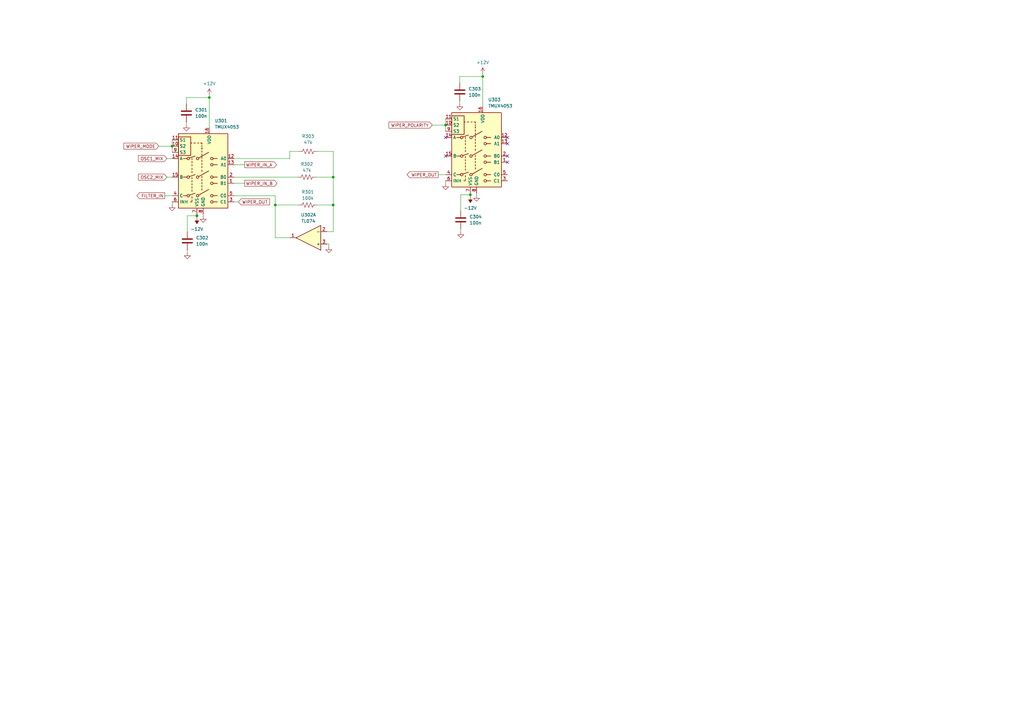
<source format=kicad_sch>
(kicad_sch (version 20230121) (generator eeschema)
  (paper "A3")
  (lib_symbols
    (symbol "Amplifier_Operational:TL074" (pin_names (offset 0.127))
      (property "Reference" "U" (at 0 5.08 0))
      (property "Value" "TL074" (at 0 -5.08 0))
      (symbol "TL074_1_1"
        (polyline (pts (xy -5.08 5.08) (xy 5.08 0) (xy -5.08 -5.08) (xy -5.08 5.08)) (stroke (width 0.254)) (fill (type background)))
        (pin output line (at 7.62 0 180) (length 2.54) (name "~") (number "1"))
        (pin input line (at -7.62 -2.54 0) (length 2.54) (name "-") (number "2"))
        (pin input line (at -7.62 2.54 0) (length 2.54) (name "+") (number "3"))
      )
      (symbol "TL074_2_1"
        (polyline (pts (xy -5.08 5.08) (xy 5.08 0) (xy -5.08 -5.08) (xy -5.08 5.08)) (stroke (width 0.254)) (fill (type background)))
        (pin input line (at -7.62 2.54 0) (length 2.54) (name "+") (number "5"))
        (pin input line (at -7.62 -2.54 0) (length 2.54) (name "-") (number "6"))
        (pin output line (at 7.62 0 180) (length 2.54) (name "~") (number "7"))
      )
      (symbol "TL074_3_1"
        (polyline (pts (xy -5.08 5.08) (xy 5.08 0) (xy -5.08 -5.08) (xy -5.08 5.08)) (stroke (width 0.254)) (fill (type background)))
        (pin input line (at -7.62 2.54 0) (length 2.54) (name "+") (number "10"))
        (pin output line (at 7.62 0 180) (length 2.54) (name "~") (number "8"))
        (pin input line (at -7.62 -2.54 0) (length 2.54) (name "-") (number "9"))
      )
      (symbol "TL074_4_1"
        (polyline (pts (xy -5.08 5.08) (xy 5.08 0) (xy -5.08 -5.08) (xy -5.08 5.08)) (stroke (width 0.254)) (fill (type background)))
        (pin input line (at -7.62 2.54 0) (length 2.54) (name "+") (number "12"))
        (pin input line (at -7.62 -2.54 0) (length 2.54) (name "-") (number "13"))
        (pin output line (at 7.62 0 180) (length 2.54) (name "~") (number "14"))
      )
      (symbol "TL074_5_1"
        (pin power_in line (at -2.54 -7.62 90) (length 3.81) (name "V-") (number "11"))
        (pin power_in line (at -2.54 7.62 270) (length 3.81) (name "V+") (number "4"))
      )
    )
    (symbol "Analog_Switch:TMUX4053"
      (property "Reference" "U" (at -10.16 16.51 0))
      (property "Value" "TMUX4053" (at 3.81 16.51 0))
      (symbol "TMUX4053_0_1"
        (rectangle (start -10.16 6.35) (end -5.08 13.97) (stroke (width 0.254)))
        (rectangle (start -10.16 15.24) (end 10.16 -15.24) (stroke (width 0.254)) (fill (type background)))
        (circle (center -6.096 -10.16) (radius 0.508) (stroke (width 0.254)))
        (circle (center -6.096 -2.54) (radius 0.508) (stroke (width 0.254)))
        (circle (center -6.096 5.08) (radius 0.508) (stroke (width 0.254)))
        (circle (center -2.286 -10.16) (radius 0.508) (stroke (width 0.254)))
        (circle (center -2.286 -2.54) (radius 0.508) (stroke (width 0.254)))
        (circle (center -2.286 5.08) (radius 0.508) (stroke (width 0.254)))
        (polyline (pts (xy -8.128 -10.16) (xy -6.604 -10.16)) (stroke (width 0.254)))
        (polyline (pts (xy -8.128 -2.54) (xy -6.604 -2.54)) (stroke (width 0.254)))
        (polyline (pts (xy -8.128 5.08) (xy -6.604 5.08)) (stroke (width 0.254)))
        (polyline (pts (xy -5.588 -9.906) (xy -3.302 -9.144)) (stroke (width 0.254)))
        (polyline (pts (xy -5.588 -2.286) (xy -3.302 -1.524)) (stroke (width 0.254)))
        (polyline (pts (xy -5.588 5.334) (xy -3.302 6.096)) (stroke (width 0.254)))
        (polyline (pts (xy -4.572 -12.7) (xy -5.207 -12.7)) (stroke (width 0.254)))
        (polyline (pts (xy -4.572 -12.446) (xy -4.572 -11.811)) (stroke (width 0.254)))
        (polyline (pts (xy -4.572 -11.176) (xy -4.572 -10.541)) (stroke (width 0.254)))
        (polyline (pts (xy -4.572 -8.382) (xy -4.572 -7.747)) (stroke (width 0.254)))
        (polyline (pts (xy -4.572 -7.112) (xy -4.572 -6.477)) (stroke (width 0.254)))
        (polyline (pts (xy -4.572 -5.842) (xy -4.572 -5.207)) (stroke (width 0.254)))
        (polyline (pts (xy -4.572 -4.572) (xy -4.572 -3.937)) (stroke (width 0.254)))
        (polyline (pts (xy -4.572 -3.302) (xy -4.572 -2.667)) (stroke (width 0.254)))
        (polyline (pts (xy -4.572 -0.762) (xy -4.572 -0.127)) (stroke (width 0.254)))
        (polyline (pts (xy -4.572 0.508) (xy -4.572 1.143)) (stroke (width 0.254)))
        (polyline (pts (xy -4.572 2.032) (xy -4.572 2.667)) (stroke (width 0.254)))
        (polyline (pts (xy -4.572 3.302) (xy -4.572 3.937)) (stroke (width 0.254)))
        (polyline (pts (xy -4.572 4.572) (xy -4.572 5.207)) (stroke (width 0.254)))
        (polyline (pts (xy -4.572 11.43) (xy -5.08 11.43)) (stroke (width 0.254)))
        (polyline (pts (xy -3.81 11.43) (xy -3.175 11.43)) (stroke (width 0.254)))
        (polyline (pts (xy -1.778 -9.906) (xy 2.286 -7.62)) (stroke (width 0.254)))
        (polyline (pts (xy -1.778 -2.286) (xy 2.286 0)) (stroke (width 0.254)))
        (polyline (pts (xy -1.778 5.334) (xy 2.286 7.62)) (stroke (width 0.254)))
        (polyline (pts (xy -1.778 11.43) (xy -2.286 11.43)) (stroke (width 0.254)))
        (polyline (pts (xy -0.508 -7.874) (xy -0.508 -7.239)) (stroke (width 0.254)))
        (polyline (pts (xy -0.508 -6.604) (xy -0.508 -5.969)) (stroke (width 0.254)))
        (polyline (pts (xy -0.508 -5.334) (xy -0.508 -4.699)) (stroke (width 0.254)))
        (polyline (pts (xy -0.508 -4.064) (xy -0.508 -3.429)) (stroke (width 0.254)))
        (polyline (pts (xy -0.508 -2.794) (xy -0.508 -2.159)) (stroke (width 0.254)))
        (polyline (pts (xy -0.508 -0.254) (xy -0.508 0.381)) (stroke (width 0.254)))
        (polyline (pts (xy -0.508 1.27) (xy -0.508 1.905)) (stroke (width 0.254)))
        (polyline (pts (xy -0.508 2.54) (xy -0.508 3.175)) (stroke (width 0.254)))
        (polyline (pts (xy -0.508 3.81) (xy -0.508 4.445)) (stroke (width 0.254)))
        (polyline (pts (xy -0.508 5.08) (xy -0.508 5.715)) (stroke (width 0.254)))
        (polyline (pts (xy -0.508 6.35) (xy -0.508 6.985)) (stroke (width 0.254)))
        (polyline (pts (xy -0.508 7.62) (xy -0.508 8.255)) (stroke (width 0.254)))
        (polyline (pts (xy -0.508 8.89) (xy -0.508 9.398)) (stroke (width 0.254)))
        (polyline (pts (xy -0.508 8.89) (xy -0.508 9.525)) (stroke (width 0.254)))
        (polyline (pts (xy -0.508 9.906) (xy -0.508 10.414)) (stroke (width 0.254)))
        (polyline (pts (xy -0.508 10.922) (xy -0.508 11.43)) (stroke (width 0.254)))
        (polyline (pts (xy -0.508 11.43) (xy -1.016 11.43)) (stroke (width 0.254)))
        (polyline (pts (xy 4.064 -12.7) (xy 5.842 -12.7)) (stroke (width 0.254)))
        (polyline (pts (xy 4.064 -10.16) (xy 5.842 -10.16)) (stroke (width 0.254)))
        (polyline (pts (xy 4.064 -5.08) (xy 5.842 -5.08)) (stroke (width 0.254)))
        (polyline (pts (xy 4.064 -2.54) (xy 5.842 -2.54)) (stroke (width 0.254)))
        (polyline (pts (xy 4.064 2.54) (xy 5.842 2.54)) (stroke (width 0.254)))
        (polyline (pts (xy 4.064 5.08) (xy 5.842 5.08)) (stroke (width 0.254)))
        (circle (center 3.556 -12.7) (radius 0.508) (stroke (width 0.254)))
        (circle (center 3.556 -10.16) (radius 0.508) (stroke (width 0.254)))
        (circle (center 3.556 -5.08) (radius 0.508) (stroke (width 0.254)))
        (circle (center 3.556 -2.54) (radius 0.508) (stroke (width 0.254)))
        (circle (center 3.556 2.54) (radius 0.508) (stroke (width 0.254)))
        (circle (center 3.556 5.08) (radius 0.508) (stroke (width 0.254)))
      )
      (symbol "TMUX4053_1_1"
        (pin bidirectional line (at 12.7 -5.08 180) (length 2.54) (name "B1") (number "1"))
        (pin input line (at -12.7 10.16 0) (length 2.54) (name "S2") (number "10"))
        (pin input line (at -12.7 12.7 0) (length 2.54) (name "S1") (number "11"))
        (pin bidirectional line (at 12.7 5.08 180) (length 2.54) (name "A0") (number "12"))
        (pin bidirectional line (at 12.7 2.54 180) (length 2.54) (name "A1") (number "13"))
        (pin bidirectional line (at -12.7 5.08 0) (length 2.54) (name "A") (number "14"))
        (pin bidirectional line (at -12.7 -2.54 0) (length 2.54) (name "B") (number "15"))
        (pin power_in line (at 2.54 17.78 270) (length 2.54) (name "VDD") (number "16"))
        (pin bidirectional line (at 12.7 -2.54 180) (length 2.54) (name "B0") (number "2"))
        (pin bidirectional line (at 12.7 -12.7 180) (length 2.54) (name "C1") (number "3"))
        (pin bidirectional line (at -12.7 -10.16 0) (length 2.54) (name "C") (number "4"))
        (pin bidirectional line (at 12.7 -10.16 180) (length 2.54) (name "C0") (number "5"))
        (pin input line (at -12.7 -12.7 0) (length 2.54) (name "INH") (number "6"))
        (pin power_in line (at -2.54 -17.78 90) (length 2.54) (name "VSS") (number "7"))
        (pin power_in line (at 0 -17.78 90) (length 2.54) (name "GND") (number "8"))
        (pin input line (at -12.7 7.62 0) (length 2.54) (name "S3") (number "9"))
      )
    )
    (symbol "Device:C" (pin_numbers hide) (pin_names (offset 0.254))
      (property "Reference" "C" (at 0.635 2.54 0))
      (property "Value" "C" (at 0.635 -2.54 0))
      (symbol "C_0_1"
        (polyline (pts (xy -2.032 -0.762) (xy 2.032 -0.762)) (stroke (width 0.508)))
        (polyline (pts (xy -2.032 0.762) (xy 2.032 0.762)) (stroke (width 0.508)))
      )
      (symbol "C_1_1"
        (pin passive line (at 0 3.81 270) (length 2.794) (name "~") (number "1"))
        (pin passive line (at 0 -3.81 90) (length 2.794) (name "~") (number "2"))
      )
    )
    (symbol "Device:R_US" (pin_numbers hide) (pin_names (offset 0))
      (property "Reference" "R" (at 2.54 0 90))
      (property "Value" "R_US" (at -2.54 0 90))
      (symbol "R_US_0_1"
        (polyline (pts (xy 0 -2.286) (xy 0 -2.54)))
        (polyline (pts (xy 0 2.286) (xy 0 2.54)))
        (polyline (pts (xy 0 -0.762) (xy 1.016 -1.143) (xy 0 -1.524) (xy -1.016 -1.905) (xy 0 -2.286)))
        (polyline (pts (xy 0 0.762) (xy 1.016 0.381) (xy 0 0) (xy -1.016 -0.381) (xy 0 -0.762)))
        (polyline (pts (xy 0 2.286) (xy 1.016 1.905) (xy 0 1.524) (xy -1.016 1.143) (xy 0 0.762)))
      )
      (symbol "R_US_1_1"
        (pin passive line (at 0 3.81 270) (length 1.27) (name "~") (number "1"))
        (pin passive line (at 0 -3.81 90) (length 1.27) (name "~") (number "2"))
      )
    )
    (symbol "PCM_4ms_Power-symbol:+12V" (power) (pin_names (offset 0))
      (property "Value" "+12V" (at 0 3.556 0))
      (symbol "+12V_0_1"
        (polyline (pts (xy -0.762 1.27) (xy 0 2.54)))
        (polyline (pts (xy 0 0) (xy 0 2.54)))
        (polyline (pts (xy 0 2.54) (xy 0.762 1.27)))
      )
      (symbol "+12V_1_1"
        (pin power_in line (at 0 0 90) (length 0) hide (name "+12V") (number "1"))
      )
    )
    (symbol "power:-12V" (power) (pin_names (offset 0))
      (property "Value" "-12V" (at 0 3.81 0))
      (symbol "-12V_0_0"
        (pin power_in line (at 0 0 90) (length 0) hide (name "-12V") (number "1"))
      )
      (symbol "-12V_0_1"
        (polyline (pts (xy 0 0) (xy 0 1.27) (xy 0.762 1.27) (xy 0 2.54) (xy -0.762 1.27) (xy 0 1.27)) (fill (type outline)))
      )
    )
    (symbol "power:GND" (power) (pin_names (offset 0))
      (symbol "GND_0_1"
        (polyline (pts (xy 0 0) (xy 0 -1.27) (xy 1.27 -1.27) (xy 0 -2.54) (xy -1.27 -1.27) (xy 0 -1.27)))
      )
      (symbol "GND_1_1"
        (pin power_in line (at 0 0 270) (length 0) hide (name "GND") (number "1"))
      )
    )
  )
  (junction (at 85.852 40.005))
  (junction (at 192.913 79.883))
  (junction (at 70.612 59.944))
  (junction (at 136.652 72.644))
  (junction (at 136.652 84.074))
  (junction (at 112.903 84.074))
  (junction (at 80.772 88.519))
  (junction (at 197.993 31.369))
  (junction (at 182.753 51.308))
  (no_connect (at 208.153 66.548))
  (no_connect (at 208.153 58.928))
  (no_connect (at 208.153 64.008))
  (no_connect (at 208.153 56.388))
  (no_connect (at 182.753 64.008))
  (no_connect (at 182.753 56.388))
  (wire (pts (xy 80.772 88.519) (xy 80.772 89.281)))
  (wire (pts (xy 70.612 59.944) (xy 70.612 62.484)))
  (wire (pts (xy 134.112 100.076) (xy 134.874 100.076)))
  (wire (pts (xy 195.453 79.248) (xy 195.453 80.01)))
  (wire (pts (xy 192.913 79.883) (xy 192.913 80.645)))
  (wire (pts (xy 188.595 31.369) (xy 197.993 31.369)))
  (wire (pts (xy 130.175 62.103) (xy 136.652 62.103)))
  (wire (pts (xy 112.903 84.074) (xy 112.903 80.264)))
  (wire (pts (xy 188.595 33.909) (xy 188.595 31.369)))
  (wire (pts (xy 136.652 94.996) (xy 134.112 94.996)))
  (wire (pts (xy 70.612 82.804) (xy 70.612 83.947)))
  (wire (pts (xy 197.993 31.369) (xy 197.993 43.688)))
  (wire (pts (xy 96.012 75.184) (xy 100.33 75.184)))
  (wire (pts (xy 136.652 72.644) (xy 136.652 84.074)))
  (wire (pts (xy 118.872 62.103) (xy 122.555 62.103)))
  (wire (pts (xy 134.874 100.076) (xy 134.874 101.092)))
  (wire (pts (xy 182.753 74.168) (xy 182.753 75.311)))
  (wire (pts (xy 76.454 50.165) (xy 76.454 51.181)))
  (wire (pts (xy 179.705 71.628) (xy 182.753 71.628)))
  (wire (pts (xy 112.903 97.536) (xy 112.903 84.074)))
  (wire (pts (xy 118.872 65.024) (xy 118.872 62.103)))
  (wire (pts (xy 130.048 84.074) (xy 136.652 84.074)))
  (wire (pts (xy 96.012 72.644) (xy 122.047 72.644)))
  (wire (pts (xy 68.453 65.024) (xy 70.612 65.024)))
  (wire (pts (xy 96.012 65.024) (xy 118.872 65.024)))
  (wire (pts (xy 197.993 30.353) (xy 197.993 31.369)))
  (wire (pts (xy 136.652 84.074) (xy 136.652 94.996)))
  (wire (pts (xy 188.595 41.529) (xy 188.595 42.545)))
  (wire (pts (xy 182.753 48.768) (xy 182.753 51.308)))
  (wire (pts (xy 76.835 102.616) (xy 76.835 103.632)))
  (wire (pts (xy 112.903 80.264) (xy 96.012 80.264)))
  (wire (pts (xy 65.151 59.944) (xy 70.612 59.944)))
  (wire (pts (xy 188.976 79.883) (xy 188.976 86.36)))
  (wire (pts (xy 76.835 88.519) (xy 80.772 88.519)))
  (wire (pts (xy 80.772 87.884) (xy 80.772 88.519)))
  (wire (pts (xy 70.612 57.404) (xy 70.612 59.944)))
  (wire (pts (xy 96.012 67.564) (xy 100.33 67.564)))
  (wire (pts (xy 67.564 80.264) (xy 70.612 80.264)))
  (wire (pts (xy 83.312 87.884) (xy 83.312 88.646)))
  (wire (pts (xy 76.454 42.545) (xy 76.454 40.005)))
  (wire (pts (xy 68.453 72.644) (xy 70.612 72.644)))
  (wire (pts (xy 177.292 51.308) (xy 182.753 51.308)))
  (wire (pts (xy 76.454 40.005) (xy 85.852 40.005)))
  (wire (pts (xy 112.903 97.536) (xy 118.872 97.536)))
  (wire (pts (xy 112.903 84.074) (xy 122.428 84.074)))
  (wire (pts (xy 129.667 72.644) (xy 136.652 72.644)))
  (wire (pts (xy 136.652 62.103) (xy 136.652 72.644)))
  (wire (pts (xy 188.976 93.98) (xy 188.976 94.996)))
  (wire (pts (xy 182.753 51.308) (xy 182.753 53.848)))
  (wire (pts (xy 188.976 79.883) (xy 192.913 79.883)))
  (wire (pts (xy 85.852 38.989) (xy 85.852 40.005)))
  (wire (pts (xy 76.835 88.519) (xy 76.835 94.996)))
  (wire (pts (xy 85.852 40.005) (xy 85.852 52.324)))
  (wire (pts (xy 96.012 82.804) (xy 97.79 82.804)))
  (wire (pts (xy 192.913 79.248) (xy 192.913 79.883)))
  (global_label "WIPER_MODE" (shape input) (at 65.151 59.944 180) (property "Intersheetrefs" "${INTERSHEET_REFS}" (effects hide)))
  (global_label "WIPER_IN_A" (shape output) (at 100.33 67.564 0) (property "Intersheetrefs" "${INTERSHEET_REFS}" (effects hide)))
  (global_label "WIPER_OUT" (shape input) (at 97.79 82.804 0) (property "Intersheetrefs" "${INTERSHEET_REFS}" (effects hide)))
  (global_label "FILTER_IN" (shape output) (at 67.564 80.264 180) (property "Intersheetrefs" "${INTERSHEET_REFS}" (effects hide)))
  (global_label "WIPER_OUT" (shape output) (at 179.705 71.628 180) (property "Intersheetrefs" "${INTERSHEET_REFS}" (effects hide)))
  (global_label "WIPER_IN_B" (shape output) (at 100.33 75.184 0) (property "Intersheetrefs" "${INTERSHEET_REFS}" (effects hide)))
  (global_label "OSC2_MIX" (shape input) (at 68.453 72.644 180) (property "Intersheetrefs" "${INTERSHEET_REFS}" (effects hide)))
  (global_label "OSC1_MIX" (shape input) (at 68.453 65.024 180) (property "Intersheetrefs" "${INTERSHEET_REFS}" (effects hide)))
  (global_label "WIPER_POLARITY" (shape input) (at 177.292 51.308 180) (property "Intersheetrefs" "${INTERSHEET_REFS}" (effects hide)))
  (symbol (lib_id "Device:C") (at 76.454 46.355 180) (unit 1)
    (property "Reference" "C301" (at 80.01 45.085 0) (effects (justify right)))
    (property "Value" "100n" (at 80.01 47.625 0) (effects (justify right)))
  )
  (symbol (lib_id "Device:R_US") (at 126.238 84.074 90) (unit 1)
    (property "Reference" "R301" (at 126.238 78.74 90))
    (property "Value" "100k" (at 126.238 81.28 90))
  )
  (symbol (lib_id "Device:C") (at 188.976 90.17 180) (unit 1)
    (property "Reference" "C304" (at 192.532 88.9 0) (effects (justify right)))
    (property "Value" "100n" (at 192.532 91.44 0) (effects (justify right)))
  )
  (symbol (lib_id "Device:C") (at 76.835 98.806 180) (unit 1)
    (property "Reference" "C302" (at 80.391 97.536 0) (effects (justify right)))
    (property "Value" "100n" (at 80.391 100.076 0) (effects (justify right)))
  )
  (symbol (lib_id "power:GND") (at 188.976 94.996 0) (unit 1)
    (property "Reference" "#PWR0310" (effects hide))
    (property "Value" "GND" (effects hide))
  )
  (symbol (lib_id "PCM_4ms_Power-symbol:+12V") (at 85.852 38.989 0) (unit 1)
    (property "Reference" "#PWR0302" (effects hide))
    (property "Value" "+12V" (at 85.852 34.29 0))
  )
  (symbol (lib_id "Amplifier_Operational:TL074") (at 126.492 97.536 180) (unit 1)
    (property "Reference" "U302" (at 126.492 88.138 0))
    (property "Value" "TL074" (at 126.492 90.678 0))
    (property "Datasheet" "http://www.ti.com/lit/ds/symlink/tl071.pdf" (effects hide))
  )
  (symbol (lib_id "Device:R_US") (at 125.857 72.644 90) (unit 1)
    (property "Reference" "R302" (at 125.857 67.31 90))
    (property "Value" "47k" (at 125.857 69.85 90))
  )
  (symbol (lib_id "Device:R_US") (at 126.365 62.103 90) (unit 1)
    (property "Reference" "R303" (at 126.365 55.88 90))
    (property "Value" "47k" (at 126.365 58.42 90))
  )
  (symbol (lib_id "power:GND") (at 70.612 83.947 0) (unit 1)
    (property "Reference" "#PWR0305" (effects hide))
    (property "Value" "GND" (effects hide))
  )
  (symbol (lib_id "power:GND") (at 195.453 80.01 0) (unit 1)
    (property "Reference" "#PWR0312" (effects hide))
    (property "Value" "GND" (effects hide))
  )
  (symbol (lib_id "power:-12V") (at 80.772 89.281 180) (unit 1)
    (property "Reference" "#PWR0304" (effects hide))
    (property "Value" "-12V" (at 80.772 93.98 0))
  )
  (symbol (lib_id "Analog_Switch:TMUX4053") (at 195.453 61.468 0) (unit 1)
    (property "Reference" "U303" (at 200.1871 40.894 0) (effects (justify left)))
    (property "Value" "TMUX4053" (at 200.1871 43.434 0) (effects (justify left)))
    (property "Footprint" "PCM_Package_SO_AKL:TSSOP-16_4.4x5mm_P0.65mm" (effects hide))
    (property "Datasheet" "http://www.ti.com/lit/ds/symlink/cd4052b.pdf" (effects hide))
  )
  (symbol (lib_id "Analog_Switch:TMUX4053") (at 83.312 70.104 0) (unit 1)
    (property "Reference" "U301" (at 88.0461 49.53 0) (effects (justify left)))
    (property "Value" "TMUX4053" (at 88.0461 52.07 0) (effects (justify left)))
    (property "Footprint" "PCM_Package_SO_AKL:TSSOP-16_4.4x5mm_P0.65mm" (effects hide))
    (property "Datasheet" "http://www.ti.com/lit/ds/symlink/cd4052b.pdf" (effects hide))
  )
  (symbol (lib_id "power:GND") (at 83.312 88.646 0) (unit 1)
    (property "Reference" "#PWR0301" (effects hide))
    (property "Value" "GND" (effects hide))
  )
  (symbol (lib_id "PCM_4ms_Power-symbol:+12V") (at 197.993 30.353 0) (unit 1)
    (property "Reference" "#PWR0313" (effects hide))
    (property "Value" "+12V" (at 197.993 25.654 0))
  )
  (symbol (lib_id "power:GND") (at 182.753 75.311 0) (unit 1)
    (property "Reference" "#PWR0308" (effects hide))
    (property "Value" "GND" (effects hide))
  )
  (symbol (lib_id "power:-12V") (at 192.913 80.645 180) (unit 1)
    (property "Reference" "#PWR0311" (effects hide))
    (property "Value" "-12V" (at 192.913 85.344 0))
  )
  (symbol (lib_id "power:GND") (at 134.874 101.092 0) (unit 1)
    (property "Reference" "#PWR0307" (effects hide))
    (property "Value" "GND" (effects hide))
  )
  (symbol (lib_id "power:GND") (at 76.454 51.181 0) (unit 1)
    (property "Reference" "#PWR0303" (effects hide))
    (property "Value" "GND" (effects hide))
  )
  (symbol (lib_id "power:GND") (at 188.595 42.545 0) (unit 1)
    (property "Reference" "#PWR0309" (effects hide))
    (property "Value" "GND" (effects hide))
  )
  (symbol (lib_id "power:GND") (at 76.835 103.632 0) (unit 1)
    (property "Reference" "#PWR0306" (effects hide))
    (property "Value" "GND" (effects hide))
  )
  (symbol (lib_id "Device:C") (at 188.595 37.719 180) (unit 1)
    (property "Reference" "C303" (at 192.151 36.449 0) (effects (justify right)))
    (property "Value" "100n" (at 192.151 38.989 0) (effects (justify right)))
  )
)
</source>
